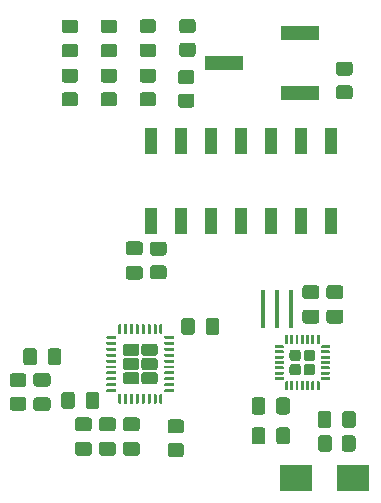
<source format=gtp>
G04 #@! TF.GenerationSoftware,KiCad,Pcbnew,(5.1.12-1-10_14)*
G04 #@! TF.CreationDate,2021-12-21T11:16:05-05:00*
G04 #@! TF.ProjectId,FlowerPeripheral,466c6f77-6572-4506-9572-697068657261,rev?*
G04 #@! TF.SameCoordinates,Original*
G04 #@! TF.FileFunction,Paste,Top*
G04 #@! TF.FilePolarity,Positive*
%FSLAX46Y46*%
G04 Gerber Fmt 4.6, Leading zero omitted, Abs format (unit mm)*
G04 Created by KiCad (PCBNEW (5.1.12-1-10_14)) date 2021-12-21 11:16:05*
%MOMM*%
%LPD*%
G01*
G04 APERTURE LIST*
%ADD10R,0.400000X3.200000*%
%ADD11C,0.100000*%
%ADD12R,1.120000X2.160000*%
%ADD13R,2.800000X2.200000*%
%ADD14R,3.300000X1.190000*%
G04 APERTURE END LIST*
G36*
G01*
X131175000Y-105775000D02*
X131175000Y-104825000D01*
G75*
G02*
X131425000Y-104575000I250000J0D01*
G01*
X132100000Y-104575000D01*
G75*
G02*
X132350000Y-104825000I0J-250000D01*
G01*
X132350000Y-105775000D01*
G75*
G02*
X132100000Y-106025000I-250000J0D01*
G01*
X131425000Y-106025000D01*
G75*
G02*
X131175000Y-105775000I0J250000D01*
G01*
G37*
G36*
G01*
X133250000Y-105775000D02*
X133250000Y-104825000D01*
G75*
G02*
X133500000Y-104575000I250000J0D01*
G01*
X134175000Y-104575000D01*
G75*
G02*
X134425000Y-104825000I0J-250000D01*
G01*
X134425000Y-105775000D01*
G75*
G02*
X134175000Y-106025000I-250000J0D01*
G01*
X133500000Y-106025000D01*
G75*
G02*
X133250000Y-105775000I0J250000D01*
G01*
G37*
D10*
X153892100Y-101282500D03*
X152692100Y-101282500D03*
X151492100Y-101282500D03*
G36*
G01*
X158043900Y-100413400D02*
X157093900Y-100413400D01*
G75*
G02*
X156843900Y-100163400I0J250000D01*
G01*
X156843900Y-99488400D01*
G75*
G02*
X157093900Y-99238400I250000J0D01*
G01*
X158043900Y-99238400D01*
G75*
G02*
X158293900Y-99488400I0J-250000D01*
G01*
X158293900Y-100163400D01*
G75*
G02*
X158043900Y-100413400I-250000J0D01*
G01*
G37*
G36*
G01*
X158043900Y-102488400D02*
X157093900Y-102488400D01*
G75*
G02*
X156843900Y-102238400I0J250000D01*
G01*
X156843900Y-101563400D01*
G75*
G02*
X157093900Y-101313400I250000J0D01*
G01*
X158043900Y-101313400D01*
G75*
G02*
X158293900Y-101563400I0J-250000D01*
G01*
X158293900Y-102238400D01*
G75*
G02*
X158043900Y-102488400I-250000J0D01*
G01*
G37*
G36*
G01*
X156011900Y-102488400D02*
X155061900Y-102488400D01*
G75*
G02*
X154811900Y-102238400I0J250000D01*
G01*
X154811900Y-101563400D01*
G75*
G02*
X155061900Y-101313400I250000J0D01*
G01*
X156011900Y-101313400D01*
G75*
G02*
X156261900Y-101563400I0J-250000D01*
G01*
X156261900Y-102238400D01*
G75*
G02*
X156011900Y-102488400I-250000J0D01*
G01*
G37*
G36*
G01*
X156011900Y-100413400D02*
X155061900Y-100413400D01*
G75*
G02*
X154811900Y-100163400I0J250000D01*
G01*
X154811900Y-99488400D01*
G75*
G02*
X155061900Y-99238400I250000J0D01*
G01*
X156011900Y-99238400D01*
G75*
G02*
X156261900Y-99488400I0J-250000D01*
G01*
X156261900Y-100163400D01*
G75*
G02*
X156011900Y-100413400I-250000J0D01*
G01*
G37*
G36*
G01*
X139868000Y-112510000D02*
X140818000Y-112510000D01*
G75*
G02*
X141068000Y-112760000I0J-250000D01*
G01*
X141068000Y-113435000D01*
G75*
G02*
X140818000Y-113685000I-250000J0D01*
G01*
X139868000Y-113685000D01*
G75*
G02*
X139618000Y-113435000I0J250000D01*
G01*
X139618000Y-112760000D01*
G75*
G02*
X139868000Y-112510000I250000J0D01*
G01*
G37*
G36*
G01*
X139868000Y-110435000D02*
X140818000Y-110435000D01*
G75*
G02*
X141068000Y-110685000I0J-250000D01*
G01*
X141068000Y-111360000D01*
G75*
G02*
X140818000Y-111610000I-250000J0D01*
G01*
X139868000Y-111610000D01*
G75*
G02*
X139618000Y-111360000I0J250000D01*
G01*
X139618000Y-110685000D01*
G75*
G02*
X139868000Y-110435000I250000J0D01*
G01*
G37*
D11*
G36*
X156286799Y-104127305D02*
G01*
X156283242Y-104139030D01*
X156277467Y-104149835D01*
X156269694Y-104159306D01*
X156206306Y-104222694D01*
X156196835Y-104230467D01*
X156186030Y-104236242D01*
X156174305Y-104239799D01*
X156162112Y-104241000D01*
X156100500Y-104241000D01*
X156088307Y-104239799D01*
X156076582Y-104236242D01*
X156065777Y-104230467D01*
X156056306Y-104222694D01*
X156048533Y-104213223D01*
X156042758Y-104202418D01*
X156039201Y-104190693D01*
X156038000Y-104178500D01*
X156038000Y-103503500D01*
X156039201Y-103491307D01*
X156042758Y-103479582D01*
X156048533Y-103468777D01*
X156056306Y-103459306D01*
X156065777Y-103451533D01*
X156076582Y-103445758D01*
X156088307Y-103442201D01*
X156100500Y-103441000D01*
X156225500Y-103441000D01*
X156237693Y-103442201D01*
X156249418Y-103445758D01*
X156260223Y-103451533D01*
X156269694Y-103459306D01*
X156277467Y-103468777D01*
X156283242Y-103479582D01*
X156286799Y-103491307D01*
X156288000Y-103503500D01*
X156288000Y-104115112D01*
X156286799Y-104127305D01*
G37*
G36*
G01*
X155650500Y-103441000D02*
X155775500Y-103441000D01*
G75*
G02*
X155838000Y-103503500I0J-62500D01*
G01*
X155838000Y-104178500D01*
G75*
G02*
X155775500Y-104241000I-62500J0D01*
G01*
X155650500Y-104241000D01*
G75*
G02*
X155588000Y-104178500I0J62500D01*
G01*
X155588000Y-103503500D01*
G75*
G02*
X155650500Y-103441000I62500J0D01*
G01*
G37*
G36*
G01*
X155200500Y-103441000D02*
X155325500Y-103441000D01*
G75*
G02*
X155388000Y-103503500I0J-62500D01*
G01*
X155388000Y-104178500D01*
G75*
G02*
X155325500Y-104241000I-62500J0D01*
G01*
X155200500Y-104241000D01*
G75*
G02*
X155138000Y-104178500I0J62500D01*
G01*
X155138000Y-103503500D01*
G75*
G02*
X155200500Y-103441000I62500J0D01*
G01*
G37*
G36*
G01*
X154750500Y-103441000D02*
X154875500Y-103441000D01*
G75*
G02*
X154938000Y-103503500I0J-62500D01*
G01*
X154938000Y-104178500D01*
G75*
G02*
X154875500Y-104241000I-62500J0D01*
G01*
X154750500Y-104241000D01*
G75*
G02*
X154688000Y-104178500I0J62500D01*
G01*
X154688000Y-103503500D01*
G75*
G02*
X154750500Y-103441000I62500J0D01*
G01*
G37*
G36*
G01*
X154300500Y-103441000D02*
X154425500Y-103441000D01*
G75*
G02*
X154488000Y-103503500I0J-62500D01*
G01*
X154488000Y-104178500D01*
G75*
G02*
X154425500Y-104241000I-62500J0D01*
G01*
X154300500Y-104241000D01*
G75*
G02*
X154238000Y-104178500I0J62500D01*
G01*
X154238000Y-103503500D01*
G75*
G02*
X154300500Y-103441000I62500J0D01*
G01*
G37*
G36*
G01*
X153850500Y-103441000D02*
X153975500Y-103441000D01*
G75*
G02*
X154038000Y-103503500I0J-62500D01*
G01*
X154038000Y-104178500D01*
G75*
G02*
X153975500Y-104241000I-62500J0D01*
G01*
X153850500Y-104241000D01*
G75*
G02*
X153788000Y-104178500I0J62500D01*
G01*
X153788000Y-103503500D01*
G75*
G02*
X153850500Y-103441000I62500J0D01*
G01*
G37*
G36*
X153586799Y-104190693D02*
G01*
X153583242Y-104202418D01*
X153577467Y-104213223D01*
X153569694Y-104222694D01*
X153560223Y-104230467D01*
X153549418Y-104236242D01*
X153537693Y-104239799D01*
X153525500Y-104241000D01*
X153463888Y-104241000D01*
X153451695Y-104239799D01*
X153439970Y-104236242D01*
X153429165Y-104230467D01*
X153419694Y-104222694D01*
X153356306Y-104159306D01*
X153348533Y-104149835D01*
X153342758Y-104139030D01*
X153339201Y-104127305D01*
X153338000Y-104115112D01*
X153338000Y-103503500D01*
X153339201Y-103491307D01*
X153342758Y-103479582D01*
X153348533Y-103468777D01*
X153356306Y-103459306D01*
X153365777Y-103451533D01*
X153376582Y-103445758D01*
X153388307Y-103442201D01*
X153400500Y-103441000D01*
X153525500Y-103441000D01*
X153537693Y-103442201D01*
X153549418Y-103445758D01*
X153560223Y-103451533D01*
X153569694Y-103459306D01*
X153577467Y-103468777D01*
X153583242Y-103479582D01*
X153586799Y-103491307D01*
X153588000Y-103503500D01*
X153588000Y-104178500D01*
X153586799Y-104190693D01*
G37*
G36*
X153261799Y-104515693D02*
G01*
X153258242Y-104527418D01*
X153252467Y-104538223D01*
X153244694Y-104547694D01*
X153235223Y-104555467D01*
X153224418Y-104561242D01*
X153212693Y-104564799D01*
X153200500Y-104566000D01*
X152525500Y-104566000D01*
X152513307Y-104564799D01*
X152501582Y-104561242D01*
X152490777Y-104555467D01*
X152481306Y-104547694D01*
X152473533Y-104538223D01*
X152467758Y-104527418D01*
X152464201Y-104515693D01*
X152463000Y-104503500D01*
X152463000Y-104378500D01*
X152464201Y-104366307D01*
X152467758Y-104354582D01*
X152473533Y-104343777D01*
X152481306Y-104334306D01*
X152490777Y-104326533D01*
X152501582Y-104320758D01*
X152513307Y-104317201D01*
X152525500Y-104316000D01*
X153137112Y-104316000D01*
X153149305Y-104317201D01*
X153161030Y-104320758D01*
X153171835Y-104326533D01*
X153181306Y-104334306D01*
X153244694Y-104397694D01*
X153252467Y-104407165D01*
X153258242Y-104417970D01*
X153261799Y-104429695D01*
X153263000Y-104441888D01*
X153263000Y-104503500D01*
X153261799Y-104515693D01*
G37*
G36*
G01*
X152525500Y-104766000D02*
X153200500Y-104766000D01*
G75*
G02*
X153263000Y-104828500I0J-62500D01*
G01*
X153263000Y-104953500D01*
G75*
G02*
X153200500Y-105016000I-62500J0D01*
G01*
X152525500Y-105016000D01*
G75*
G02*
X152463000Y-104953500I0J62500D01*
G01*
X152463000Y-104828500D01*
G75*
G02*
X152525500Y-104766000I62500J0D01*
G01*
G37*
G36*
G01*
X152525500Y-105216000D02*
X153200500Y-105216000D01*
G75*
G02*
X153263000Y-105278500I0J-62500D01*
G01*
X153263000Y-105403500D01*
G75*
G02*
X153200500Y-105466000I-62500J0D01*
G01*
X152525500Y-105466000D01*
G75*
G02*
X152463000Y-105403500I0J62500D01*
G01*
X152463000Y-105278500D01*
G75*
G02*
X152525500Y-105216000I62500J0D01*
G01*
G37*
G36*
G01*
X152525500Y-105666000D02*
X153200500Y-105666000D01*
G75*
G02*
X153263000Y-105728500I0J-62500D01*
G01*
X153263000Y-105853500D01*
G75*
G02*
X153200500Y-105916000I-62500J0D01*
G01*
X152525500Y-105916000D01*
G75*
G02*
X152463000Y-105853500I0J62500D01*
G01*
X152463000Y-105728500D01*
G75*
G02*
X152525500Y-105666000I62500J0D01*
G01*
G37*
G36*
G01*
X152525500Y-106116000D02*
X153200500Y-106116000D01*
G75*
G02*
X153263000Y-106178500I0J-62500D01*
G01*
X153263000Y-106303500D01*
G75*
G02*
X153200500Y-106366000I-62500J0D01*
G01*
X152525500Y-106366000D01*
G75*
G02*
X152463000Y-106303500I0J62500D01*
G01*
X152463000Y-106178500D01*
G75*
G02*
X152525500Y-106116000I62500J0D01*
G01*
G37*
G36*
G01*
X152525500Y-106566000D02*
X153200500Y-106566000D01*
G75*
G02*
X153263000Y-106628500I0J-62500D01*
G01*
X153263000Y-106753500D01*
G75*
G02*
X153200500Y-106816000I-62500J0D01*
G01*
X152525500Y-106816000D01*
G75*
G02*
X152463000Y-106753500I0J62500D01*
G01*
X152463000Y-106628500D01*
G75*
G02*
X152525500Y-106566000I62500J0D01*
G01*
G37*
G36*
X153261799Y-107152305D02*
G01*
X153258242Y-107164030D01*
X153252467Y-107174835D01*
X153244694Y-107184306D01*
X153181306Y-107247694D01*
X153171835Y-107255467D01*
X153161030Y-107261242D01*
X153149305Y-107264799D01*
X153137112Y-107266000D01*
X152525500Y-107266000D01*
X152513307Y-107264799D01*
X152501582Y-107261242D01*
X152490777Y-107255467D01*
X152481306Y-107247694D01*
X152473533Y-107238223D01*
X152467758Y-107227418D01*
X152464201Y-107215693D01*
X152463000Y-107203500D01*
X152463000Y-107078500D01*
X152464201Y-107066307D01*
X152467758Y-107054582D01*
X152473533Y-107043777D01*
X152481306Y-107034306D01*
X152490777Y-107026533D01*
X152501582Y-107020758D01*
X152513307Y-107017201D01*
X152525500Y-107016000D01*
X153200500Y-107016000D01*
X153212693Y-107017201D01*
X153224418Y-107020758D01*
X153235223Y-107026533D01*
X153244694Y-107034306D01*
X153252467Y-107043777D01*
X153258242Y-107054582D01*
X153261799Y-107066307D01*
X153263000Y-107078500D01*
X153263000Y-107140112D01*
X153261799Y-107152305D01*
G37*
G36*
X153586799Y-108090693D02*
G01*
X153583242Y-108102418D01*
X153577467Y-108113223D01*
X153569694Y-108122694D01*
X153560223Y-108130467D01*
X153549418Y-108136242D01*
X153537693Y-108139799D01*
X153525500Y-108141000D01*
X153400500Y-108141000D01*
X153388307Y-108139799D01*
X153376582Y-108136242D01*
X153365777Y-108130467D01*
X153356306Y-108122694D01*
X153348533Y-108113223D01*
X153342758Y-108102418D01*
X153339201Y-108090693D01*
X153338000Y-108078500D01*
X153338000Y-107466888D01*
X153339201Y-107454695D01*
X153342758Y-107442970D01*
X153348533Y-107432165D01*
X153356306Y-107422694D01*
X153419694Y-107359306D01*
X153429165Y-107351533D01*
X153439970Y-107345758D01*
X153451695Y-107342201D01*
X153463888Y-107341000D01*
X153525500Y-107341000D01*
X153537693Y-107342201D01*
X153549418Y-107345758D01*
X153560223Y-107351533D01*
X153569694Y-107359306D01*
X153577467Y-107368777D01*
X153583242Y-107379582D01*
X153586799Y-107391307D01*
X153588000Y-107403500D01*
X153588000Y-108078500D01*
X153586799Y-108090693D01*
G37*
G36*
G01*
X153850500Y-107341000D02*
X153975500Y-107341000D01*
G75*
G02*
X154038000Y-107403500I0J-62500D01*
G01*
X154038000Y-108078500D01*
G75*
G02*
X153975500Y-108141000I-62500J0D01*
G01*
X153850500Y-108141000D01*
G75*
G02*
X153788000Y-108078500I0J62500D01*
G01*
X153788000Y-107403500D01*
G75*
G02*
X153850500Y-107341000I62500J0D01*
G01*
G37*
G36*
G01*
X154300500Y-107341000D02*
X154425500Y-107341000D01*
G75*
G02*
X154488000Y-107403500I0J-62500D01*
G01*
X154488000Y-108078500D01*
G75*
G02*
X154425500Y-108141000I-62500J0D01*
G01*
X154300500Y-108141000D01*
G75*
G02*
X154238000Y-108078500I0J62500D01*
G01*
X154238000Y-107403500D01*
G75*
G02*
X154300500Y-107341000I62500J0D01*
G01*
G37*
G36*
G01*
X154750500Y-107341000D02*
X154875500Y-107341000D01*
G75*
G02*
X154938000Y-107403500I0J-62500D01*
G01*
X154938000Y-108078500D01*
G75*
G02*
X154875500Y-108141000I-62500J0D01*
G01*
X154750500Y-108141000D01*
G75*
G02*
X154688000Y-108078500I0J62500D01*
G01*
X154688000Y-107403500D01*
G75*
G02*
X154750500Y-107341000I62500J0D01*
G01*
G37*
G36*
G01*
X155200500Y-107341000D02*
X155325500Y-107341000D01*
G75*
G02*
X155388000Y-107403500I0J-62500D01*
G01*
X155388000Y-108078500D01*
G75*
G02*
X155325500Y-108141000I-62500J0D01*
G01*
X155200500Y-108141000D01*
G75*
G02*
X155138000Y-108078500I0J62500D01*
G01*
X155138000Y-107403500D01*
G75*
G02*
X155200500Y-107341000I62500J0D01*
G01*
G37*
G36*
G01*
X155650500Y-107341000D02*
X155775500Y-107341000D01*
G75*
G02*
X155838000Y-107403500I0J-62500D01*
G01*
X155838000Y-108078500D01*
G75*
G02*
X155775500Y-108141000I-62500J0D01*
G01*
X155650500Y-108141000D01*
G75*
G02*
X155588000Y-108078500I0J62500D01*
G01*
X155588000Y-107403500D01*
G75*
G02*
X155650500Y-107341000I62500J0D01*
G01*
G37*
G36*
X156286799Y-108090693D02*
G01*
X156283242Y-108102418D01*
X156277467Y-108113223D01*
X156269694Y-108122694D01*
X156260223Y-108130467D01*
X156249418Y-108136242D01*
X156237693Y-108139799D01*
X156225500Y-108141000D01*
X156100500Y-108141000D01*
X156088307Y-108139799D01*
X156076582Y-108136242D01*
X156065777Y-108130467D01*
X156056306Y-108122694D01*
X156048533Y-108113223D01*
X156042758Y-108102418D01*
X156039201Y-108090693D01*
X156038000Y-108078500D01*
X156038000Y-107403500D01*
X156039201Y-107391307D01*
X156042758Y-107379582D01*
X156048533Y-107368777D01*
X156056306Y-107359306D01*
X156065777Y-107351533D01*
X156076582Y-107345758D01*
X156088307Y-107342201D01*
X156100500Y-107341000D01*
X156162112Y-107341000D01*
X156174305Y-107342201D01*
X156186030Y-107345758D01*
X156196835Y-107351533D01*
X156206306Y-107359306D01*
X156269694Y-107422694D01*
X156277467Y-107432165D01*
X156283242Y-107442970D01*
X156286799Y-107454695D01*
X156288000Y-107466888D01*
X156288000Y-108078500D01*
X156286799Y-108090693D01*
G37*
G36*
X157161799Y-107215693D02*
G01*
X157158242Y-107227418D01*
X157152467Y-107238223D01*
X157144694Y-107247694D01*
X157135223Y-107255467D01*
X157124418Y-107261242D01*
X157112693Y-107264799D01*
X157100500Y-107266000D01*
X156488888Y-107266000D01*
X156476695Y-107264799D01*
X156464970Y-107261242D01*
X156454165Y-107255467D01*
X156444694Y-107247694D01*
X156381306Y-107184306D01*
X156373533Y-107174835D01*
X156367758Y-107164030D01*
X156364201Y-107152305D01*
X156363000Y-107140112D01*
X156363000Y-107078500D01*
X156364201Y-107066307D01*
X156367758Y-107054582D01*
X156373533Y-107043777D01*
X156381306Y-107034306D01*
X156390777Y-107026533D01*
X156401582Y-107020758D01*
X156413307Y-107017201D01*
X156425500Y-107016000D01*
X157100500Y-107016000D01*
X157112693Y-107017201D01*
X157124418Y-107020758D01*
X157135223Y-107026533D01*
X157144694Y-107034306D01*
X157152467Y-107043777D01*
X157158242Y-107054582D01*
X157161799Y-107066307D01*
X157163000Y-107078500D01*
X157163000Y-107203500D01*
X157161799Y-107215693D01*
G37*
G36*
G01*
X156425500Y-106566000D02*
X157100500Y-106566000D01*
G75*
G02*
X157163000Y-106628500I0J-62500D01*
G01*
X157163000Y-106753500D01*
G75*
G02*
X157100500Y-106816000I-62500J0D01*
G01*
X156425500Y-106816000D01*
G75*
G02*
X156363000Y-106753500I0J62500D01*
G01*
X156363000Y-106628500D01*
G75*
G02*
X156425500Y-106566000I62500J0D01*
G01*
G37*
G36*
G01*
X156425500Y-106116000D02*
X157100500Y-106116000D01*
G75*
G02*
X157163000Y-106178500I0J-62500D01*
G01*
X157163000Y-106303500D01*
G75*
G02*
X157100500Y-106366000I-62500J0D01*
G01*
X156425500Y-106366000D01*
G75*
G02*
X156363000Y-106303500I0J62500D01*
G01*
X156363000Y-106178500D01*
G75*
G02*
X156425500Y-106116000I62500J0D01*
G01*
G37*
G36*
G01*
X156425500Y-105666000D02*
X157100500Y-105666000D01*
G75*
G02*
X157163000Y-105728500I0J-62500D01*
G01*
X157163000Y-105853500D01*
G75*
G02*
X157100500Y-105916000I-62500J0D01*
G01*
X156425500Y-105916000D01*
G75*
G02*
X156363000Y-105853500I0J62500D01*
G01*
X156363000Y-105728500D01*
G75*
G02*
X156425500Y-105666000I62500J0D01*
G01*
G37*
G36*
G01*
X156425500Y-105216000D02*
X157100500Y-105216000D01*
G75*
G02*
X157163000Y-105278500I0J-62500D01*
G01*
X157163000Y-105403500D01*
G75*
G02*
X157100500Y-105466000I-62500J0D01*
G01*
X156425500Y-105466000D01*
G75*
G02*
X156363000Y-105403500I0J62500D01*
G01*
X156363000Y-105278500D01*
G75*
G02*
X156425500Y-105216000I62500J0D01*
G01*
G37*
G36*
G01*
X156425500Y-104766000D02*
X157100500Y-104766000D01*
G75*
G02*
X157163000Y-104828500I0J-62500D01*
G01*
X157163000Y-104953500D01*
G75*
G02*
X157100500Y-105016000I-62500J0D01*
G01*
X156425500Y-105016000D01*
G75*
G02*
X156363000Y-104953500I0J62500D01*
G01*
X156363000Y-104828500D01*
G75*
G02*
X156425500Y-104766000I62500J0D01*
G01*
G37*
G36*
X157161799Y-104515693D02*
G01*
X157158242Y-104527418D01*
X157152467Y-104538223D01*
X157144694Y-104547694D01*
X157135223Y-104555467D01*
X157124418Y-104561242D01*
X157112693Y-104564799D01*
X157100500Y-104566000D01*
X156425500Y-104566000D01*
X156413307Y-104564799D01*
X156401582Y-104561242D01*
X156390777Y-104555467D01*
X156381306Y-104547694D01*
X156373533Y-104538223D01*
X156367758Y-104527418D01*
X156364201Y-104515693D01*
X156363000Y-104503500D01*
X156363000Y-104441888D01*
X156364201Y-104429695D01*
X156367758Y-104417970D01*
X156373533Y-104407165D01*
X156381306Y-104397694D01*
X156444694Y-104334306D01*
X156454165Y-104326533D01*
X156464970Y-104320758D01*
X156476695Y-104317201D01*
X156488888Y-104316000D01*
X157100500Y-104316000D01*
X157112693Y-104317201D01*
X157124418Y-104320758D01*
X157135223Y-104326533D01*
X157144694Y-104334306D01*
X157152467Y-104343777D01*
X157158242Y-104354582D01*
X157161799Y-104366307D01*
X157163000Y-104378500D01*
X157163000Y-104503500D01*
X157161799Y-104515693D01*
G37*
G36*
G01*
X155170500Y-104706000D02*
X155655500Y-104706000D01*
G75*
G02*
X155898000Y-104948500I0J-242500D01*
G01*
X155898000Y-105433500D01*
G75*
G02*
X155655500Y-105676000I-242500J0D01*
G01*
X155170500Y-105676000D01*
G75*
G02*
X154928000Y-105433500I0J242500D01*
G01*
X154928000Y-104948500D01*
G75*
G02*
X155170500Y-104706000I242500J0D01*
G01*
G37*
G36*
G01*
X153970500Y-104706000D02*
X154455500Y-104706000D01*
G75*
G02*
X154698000Y-104948500I0J-242500D01*
G01*
X154698000Y-105433500D01*
G75*
G02*
X154455500Y-105676000I-242500J0D01*
G01*
X153970500Y-105676000D01*
G75*
G02*
X153728000Y-105433500I0J242500D01*
G01*
X153728000Y-104948500D01*
G75*
G02*
X153970500Y-104706000I242500J0D01*
G01*
G37*
G36*
G01*
X155170500Y-105906000D02*
X155655500Y-105906000D01*
G75*
G02*
X155898000Y-106148500I0J-242500D01*
G01*
X155898000Y-106633500D01*
G75*
G02*
X155655500Y-106876000I-242500J0D01*
G01*
X155170500Y-106876000D01*
G75*
G02*
X154928000Y-106633500I0J242500D01*
G01*
X154928000Y-106148500D01*
G75*
G02*
X155170500Y-105906000I242500J0D01*
G01*
G37*
G36*
G01*
X153970500Y-105906000D02*
X154455500Y-105906000D01*
G75*
G02*
X154698000Y-106148500I0J-242500D01*
G01*
X154698000Y-106633500D01*
G75*
G02*
X154455500Y-106876000I-242500J0D01*
G01*
X153970500Y-106876000D01*
G75*
G02*
X153728000Y-106633500I0J242500D01*
G01*
X153728000Y-106148500D01*
G75*
G02*
X153970500Y-105906000I242500J0D01*
G01*
G37*
G36*
G01*
X135567000Y-108525000D02*
X135567000Y-109475000D01*
G75*
G02*
X135317000Y-109725000I-250000J0D01*
G01*
X134642000Y-109725000D01*
G75*
G02*
X134392000Y-109475000I0J250000D01*
G01*
X134392000Y-108525000D01*
G75*
G02*
X134642000Y-108275000I250000J0D01*
G01*
X135317000Y-108275000D01*
G75*
G02*
X135567000Y-108525000I0J-250000D01*
G01*
G37*
G36*
G01*
X137642000Y-108525000D02*
X137642000Y-109475000D01*
G75*
G02*
X137392000Y-109725000I-250000J0D01*
G01*
X136717000Y-109725000D01*
G75*
G02*
X136467000Y-109475000I0J250000D01*
G01*
X136467000Y-108525000D01*
G75*
G02*
X136717000Y-108275000I250000J0D01*
G01*
X137392000Y-108275000D01*
G75*
G02*
X137642000Y-108525000I0J-250000D01*
G01*
G37*
G36*
G01*
X144552000Y-103218000D02*
X144552000Y-102268000D01*
G75*
G02*
X144802000Y-102018000I250000J0D01*
G01*
X145477000Y-102018000D01*
G75*
G02*
X145727000Y-102268000I0J-250000D01*
G01*
X145727000Y-103218000D01*
G75*
G02*
X145477000Y-103468000I-250000J0D01*
G01*
X144802000Y-103468000D01*
G75*
G02*
X144552000Y-103218000I0J250000D01*
G01*
G37*
G36*
G01*
X146627000Y-103218000D02*
X146627000Y-102268000D01*
G75*
G02*
X146877000Y-102018000I250000J0D01*
G01*
X147552000Y-102018000D01*
G75*
G02*
X147802000Y-102268000I0J-250000D01*
G01*
X147802000Y-103218000D01*
G75*
G02*
X147552000Y-103468000I-250000J0D01*
G01*
X146877000Y-103468000D01*
G75*
G02*
X146627000Y-103218000I0J250000D01*
G01*
G37*
G36*
G01*
X133244000Y-107838000D02*
X132294000Y-107838000D01*
G75*
G02*
X132044000Y-107588000I0J250000D01*
G01*
X132044000Y-106913000D01*
G75*
G02*
X132294000Y-106663000I250000J0D01*
G01*
X133244000Y-106663000D01*
G75*
G02*
X133494000Y-106913000I0J-250000D01*
G01*
X133494000Y-107588000D01*
G75*
G02*
X133244000Y-107838000I-250000J0D01*
G01*
G37*
G36*
G01*
X133244000Y-109913000D02*
X132294000Y-109913000D01*
G75*
G02*
X132044000Y-109663000I0J250000D01*
G01*
X132044000Y-108988000D01*
G75*
G02*
X132294000Y-108738000I250000J0D01*
G01*
X133244000Y-108738000D01*
G75*
G02*
X133494000Y-108988000I0J-250000D01*
G01*
X133494000Y-109663000D01*
G75*
G02*
X133244000Y-109913000I-250000J0D01*
G01*
G37*
G36*
G01*
X137836000Y-110435000D02*
X138786000Y-110435000D01*
G75*
G02*
X139036000Y-110685000I0J-250000D01*
G01*
X139036000Y-111360000D01*
G75*
G02*
X138786000Y-111610000I-250000J0D01*
G01*
X137836000Y-111610000D01*
G75*
G02*
X137586000Y-111360000I0J250000D01*
G01*
X137586000Y-110685000D01*
G75*
G02*
X137836000Y-110435000I250000J0D01*
G01*
G37*
G36*
G01*
X137836000Y-112510000D02*
X138786000Y-112510000D01*
G75*
G02*
X139036000Y-112760000I0J-250000D01*
G01*
X139036000Y-113435000D01*
G75*
G02*
X138786000Y-113685000I-250000J0D01*
G01*
X137836000Y-113685000D01*
G75*
G02*
X137586000Y-113435000I0J250000D01*
G01*
X137586000Y-112760000D01*
G75*
G02*
X137836000Y-112510000I250000J0D01*
G01*
G37*
G36*
G01*
X141064000Y-96705000D02*
X140114000Y-96705000D01*
G75*
G02*
X139864000Y-96455000I0J250000D01*
G01*
X139864000Y-95780000D01*
G75*
G02*
X140114000Y-95530000I250000J0D01*
G01*
X141064000Y-95530000D01*
G75*
G02*
X141314000Y-95780000I0J-250000D01*
G01*
X141314000Y-96455000D01*
G75*
G02*
X141064000Y-96705000I-250000J0D01*
G01*
G37*
G36*
G01*
X141064000Y-98780000D02*
X140114000Y-98780000D01*
G75*
G02*
X139864000Y-98530000I0J250000D01*
G01*
X139864000Y-97855000D01*
G75*
G02*
X140114000Y-97605000I250000J0D01*
G01*
X141064000Y-97605000D01*
G75*
G02*
X141314000Y-97855000I0J-250000D01*
G01*
X141314000Y-98530000D01*
G75*
G02*
X141064000Y-98780000I-250000J0D01*
G01*
G37*
G36*
G01*
X136754000Y-113685000D02*
X135804000Y-113685000D01*
G75*
G02*
X135554000Y-113435000I0J250000D01*
G01*
X135554000Y-112760000D01*
G75*
G02*
X135804000Y-112510000I250000J0D01*
G01*
X136754000Y-112510000D01*
G75*
G02*
X137004000Y-112760000I0J-250000D01*
G01*
X137004000Y-113435000D01*
G75*
G02*
X136754000Y-113685000I-250000J0D01*
G01*
G37*
G36*
G01*
X136754000Y-111610000D02*
X135804000Y-111610000D01*
G75*
G02*
X135554000Y-111360000I0J250000D01*
G01*
X135554000Y-110685000D01*
G75*
G02*
X135804000Y-110435000I250000J0D01*
G01*
X136754000Y-110435000D01*
G75*
G02*
X137004000Y-110685000I0J-250000D01*
G01*
X137004000Y-111360000D01*
G75*
G02*
X136754000Y-111610000I-250000J0D01*
G01*
G37*
G36*
G01*
X131187001Y-109888000D02*
X130286999Y-109888000D01*
G75*
G02*
X130037000Y-109638001I0J249999D01*
G01*
X130037000Y-108937999D01*
G75*
G02*
X130286999Y-108688000I249999J0D01*
G01*
X131187001Y-108688000D01*
G75*
G02*
X131437000Y-108937999I0J-249999D01*
G01*
X131437000Y-109638001D01*
G75*
G02*
X131187001Y-109888000I-249999J0D01*
G01*
G37*
G36*
G01*
X131187001Y-107888000D02*
X130286999Y-107888000D01*
G75*
G02*
X130037000Y-107638001I0J249999D01*
G01*
X130037000Y-106937999D01*
G75*
G02*
X130286999Y-106688000I249999J0D01*
G01*
X131187001Y-106688000D01*
G75*
G02*
X131437000Y-106937999I0J-249999D01*
G01*
X131437000Y-107638001D01*
G75*
G02*
X131187001Y-107888000I-249999J0D01*
G01*
G37*
G36*
G01*
X143649999Y-110600000D02*
X144550001Y-110600000D01*
G75*
G02*
X144800000Y-110849999I0J-249999D01*
G01*
X144800000Y-111550001D01*
G75*
G02*
X144550001Y-111800000I-249999J0D01*
G01*
X143649999Y-111800000D01*
G75*
G02*
X143400000Y-111550001I0J249999D01*
G01*
X143400000Y-110849999D01*
G75*
G02*
X143649999Y-110600000I249999J0D01*
G01*
G37*
G36*
G01*
X143649999Y-112600000D02*
X144550001Y-112600000D01*
G75*
G02*
X144800000Y-112849999I0J-249999D01*
G01*
X144800000Y-113550001D01*
G75*
G02*
X144550001Y-113800000I-249999J0D01*
G01*
X143649999Y-113800000D01*
G75*
G02*
X143400000Y-113550001I0J249999D01*
G01*
X143400000Y-112849999D01*
G75*
G02*
X143649999Y-112600000I249999J0D01*
G01*
G37*
G36*
G01*
X143071001Y-96755000D02*
X142170999Y-96755000D01*
G75*
G02*
X141921000Y-96505001I0J249999D01*
G01*
X141921000Y-95804999D01*
G75*
G02*
X142170999Y-95555000I249999J0D01*
G01*
X143071001Y-95555000D01*
G75*
G02*
X143321000Y-95804999I0J-249999D01*
G01*
X143321000Y-96505001D01*
G75*
G02*
X143071001Y-96755000I-249999J0D01*
G01*
G37*
G36*
G01*
X143071001Y-98755000D02*
X142170999Y-98755000D01*
G75*
G02*
X141921000Y-98505001I0J249999D01*
G01*
X141921000Y-97804999D01*
G75*
G02*
X142170999Y-97555000I249999J0D01*
G01*
X143071001Y-97555000D01*
G75*
G02*
X143321000Y-97804999I0J-249999D01*
G01*
X143321000Y-98505001D01*
G75*
G02*
X143071001Y-98755000I-249999J0D01*
G01*
G37*
D12*
X157226000Y-87059000D03*
X141986000Y-93789000D03*
X154686000Y-87059000D03*
X144526000Y-93789000D03*
X152146000Y-87059000D03*
X147066000Y-93789000D03*
X149606000Y-87059000D03*
X149606000Y-93789000D03*
X147066000Y-87059000D03*
X152146000Y-93789000D03*
X144526000Y-87059000D03*
X154686000Y-93789000D03*
X141986000Y-87059000D03*
X157226000Y-93789000D03*
G36*
G01*
X156109000Y-111092000D02*
X156109000Y-110142000D01*
G75*
G02*
X156359000Y-109892000I250000J0D01*
G01*
X157034000Y-109892000D01*
G75*
G02*
X157284000Y-110142000I0J-250000D01*
G01*
X157284000Y-111092000D01*
G75*
G02*
X157034000Y-111342000I-250000J0D01*
G01*
X156359000Y-111342000D01*
G75*
G02*
X156109000Y-111092000I0J250000D01*
G01*
G37*
G36*
G01*
X158184000Y-111092000D02*
X158184000Y-110142000D01*
G75*
G02*
X158434000Y-109892000I250000J0D01*
G01*
X159109000Y-109892000D01*
G75*
G02*
X159359000Y-110142000I0J-250000D01*
G01*
X159359000Y-111092000D01*
G75*
G02*
X159109000Y-111342000I-250000J0D01*
G01*
X158434000Y-111342000D01*
G75*
G02*
X158184000Y-111092000I0J250000D01*
G01*
G37*
G36*
G01*
X159334000Y-112198999D02*
X159334000Y-113099001D01*
G75*
G02*
X159084001Y-113349000I-249999J0D01*
G01*
X158383999Y-113349000D01*
G75*
G02*
X158134000Y-113099001I0J249999D01*
G01*
X158134000Y-112198999D01*
G75*
G02*
X158383999Y-111949000I249999J0D01*
G01*
X159084001Y-111949000D01*
G75*
G02*
X159334000Y-112198999I0J-249999D01*
G01*
G37*
G36*
G01*
X157334000Y-112198999D02*
X157334000Y-113099001D01*
G75*
G02*
X157084001Y-113349000I-249999J0D01*
G01*
X156383999Y-113349000D01*
G75*
G02*
X156134000Y-113099001I0J249999D01*
G01*
X156134000Y-112198999D01*
G75*
G02*
X156383999Y-111949000I249999J0D01*
G01*
X157084001Y-111949000D01*
G75*
G02*
X157334000Y-112198999I0J-249999D01*
G01*
G37*
D13*
X159118000Y-115570000D03*
X154318000Y-115570000D03*
G36*
G01*
X153771000Y-108999000D02*
X153771000Y-109949000D01*
G75*
G02*
X153521000Y-110199000I-250000J0D01*
G01*
X152846000Y-110199000D01*
G75*
G02*
X152596000Y-109949000I0J250000D01*
G01*
X152596000Y-108999000D01*
G75*
G02*
X152846000Y-108749000I250000J0D01*
G01*
X153521000Y-108749000D01*
G75*
G02*
X153771000Y-108999000I0J-250000D01*
G01*
G37*
G36*
G01*
X151696000Y-108999000D02*
X151696000Y-109949000D01*
G75*
G02*
X151446000Y-110199000I-250000J0D01*
G01*
X150771000Y-110199000D01*
G75*
G02*
X150521000Y-109949000I0J250000D01*
G01*
X150521000Y-108999000D01*
G75*
G02*
X150771000Y-108749000I250000J0D01*
G01*
X151446000Y-108749000D01*
G75*
G02*
X151696000Y-108999000I0J-250000D01*
G01*
G37*
G36*
G01*
X151696000Y-111525000D02*
X151696000Y-112475000D01*
G75*
G02*
X151446000Y-112725000I-250000J0D01*
G01*
X150771000Y-112725000D01*
G75*
G02*
X150521000Y-112475000I0J250000D01*
G01*
X150521000Y-111525000D01*
G75*
G02*
X150771000Y-111275000I250000J0D01*
G01*
X151446000Y-111275000D01*
G75*
G02*
X151696000Y-111525000I0J-250000D01*
G01*
G37*
G36*
G01*
X153771000Y-111525000D02*
X153771000Y-112475000D01*
G75*
G02*
X153521000Y-112725000I-250000J0D01*
G01*
X152846000Y-112725000D01*
G75*
G02*
X152596000Y-112475000I0J250000D01*
G01*
X152596000Y-111525000D01*
G75*
G02*
X152846000Y-111275000I250000J0D01*
G01*
X153521000Y-111275000D01*
G75*
G02*
X153771000Y-111525000I0J-250000D01*
G01*
G37*
G36*
G01*
X143972000Y-108105500D02*
X143972000Y-108230500D01*
G75*
G02*
X143909500Y-108293000I-62500J0D01*
G01*
X143184500Y-108293000D01*
G75*
G02*
X143122000Y-108230500I0J62500D01*
G01*
X143122000Y-108105500D01*
G75*
G02*
X143184500Y-108043000I62500J0D01*
G01*
X143909500Y-108043000D01*
G75*
G02*
X143972000Y-108105500I0J-62500D01*
G01*
G37*
G36*
G01*
X143972000Y-107605500D02*
X143972000Y-107730500D01*
G75*
G02*
X143909500Y-107793000I-62500J0D01*
G01*
X143184500Y-107793000D01*
G75*
G02*
X143122000Y-107730500I0J62500D01*
G01*
X143122000Y-107605500D01*
G75*
G02*
X143184500Y-107543000I62500J0D01*
G01*
X143909500Y-107543000D01*
G75*
G02*
X143972000Y-107605500I0J-62500D01*
G01*
G37*
G36*
G01*
X143972000Y-107105500D02*
X143972000Y-107230500D01*
G75*
G02*
X143909500Y-107293000I-62500J0D01*
G01*
X143184500Y-107293000D01*
G75*
G02*
X143122000Y-107230500I0J62500D01*
G01*
X143122000Y-107105500D01*
G75*
G02*
X143184500Y-107043000I62500J0D01*
G01*
X143909500Y-107043000D01*
G75*
G02*
X143972000Y-107105500I0J-62500D01*
G01*
G37*
G36*
G01*
X143972000Y-106605500D02*
X143972000Y-106730500D01*
G75*
G02*
X143909500Y-106793000I-62500J0D01*
G01*
X143184500Y-106793000D01*
G75*
G02*
X143122000Y-106730500I0J62500D01*
G01*
X143122000Y-106605500D01*
G75*
G02*
X143184500Y-106543000I62500J0D01*
G01*
X143909500Y-106543000D01*
G75*
G02*
X143972000Y-106605500I0J-62500D01*
G01*
G37*
G36*
G01*
X143972000Y-106105500D02*
X143972000Y-106230500D01*
G75*
G02*
X143909500Y-106293000I-62500J0D01*
G01*
X143184500Y-106293000D01*
G75*
G02*
X143122000Y-106230500I0J62500D01*
G01*
X143122000Y-106105500D01*
G75*
G02*
X143184500Y-106043000I62500J0D01*
G01*
X143909500Y-106043000D01*
G75*
G02*
X143972000Y-106105500I0J-62500D01*
G01*
G37*
G36*
G01*
X143972000Y-105605500D02*
X143972000Y-105730500D01*
G75*
G02*
X143909500Y-105793000I-62500J0D01*
G01*
X143184500Y-105793000D01*
G75*
G02*
X143122000Y-105730500I0J62500D01*
G01*
X143122000Y-105605500D01*
G75*
G02*
X143184500Y-105543000I62500J0D01*
G01*
X143909500Y-105543000D01*
G75*
G02*
X143972000Y-105605500I0J-62500D01*
G01*
G37*
G36*
G01*
X143972000Y-105105500D02*
X143972000Y-105230500D01*
G75*
G02*
X143909500Y-105293000I-62500J0D01*
G01*
X143184500Y-105293000D01*
G75*
G02*
X143122000Y-105230500I0J62500D01*
G01*
X143122000Y-105105500D01*
G75*
G02*
X143184500Y-105043000I62500J0D01*
G01*
X143909500Y-105043000D01*
G75*
G02*
X143972000Y-105105500I0J-62500D01*
G01*
G37*
G36*
G01*
X143972000Y-104605500D02*
X143972000Y-104730500D01*
G75*
G02*
X143909500Y-104793000I-62500J0D01*
G01*
X143184500Y-104793000D01*
G75*
G02*
X143122000Y-104730500I0J62500D01*
G01*
X143122000Y-104605500D01*
G75*
G02*
X143184500Y-104543000I62500J0D01*
G01*
X143909500Y-104543000D01*
G75*
G02*
X143972000Y-104605500I0J-62500D01*
G01*
G37*
G36*
G01*
X143972000Y-104105500D02*
X143972000Y-104230500D01*
G75*
G02*
X143909500Y-104293000I-62500J0D01*
G01*
X143184500Y-104293000D01*
G75*
G02*
X143122000Y-104230500I0J62500D01*
G01*
X143122000Y-104105500D01*
G75*
G02*
X143184500Y-104043000I62500J0D01*
G01*
X143909500Y-104043000D01*
G75*
G02*
X143972000Y-104105500I0J-62500D01*
G01*
G37*
G36*
G01*
X143972000Y-103605500D02*
X143972000Y-103730500D01*
G75*
G02*
X143909500Y-103793000I-62500J0D01*
G01*
X143184500Y-103793000D01*
G75*
G02*
X143122000Y-103730500I0J62500D01*
G01*
X143122000Y-103605500D01*
G75*
G02*
X143184500Y-103543000I62500J0D01*
G01*
X143909500Y-103543000D01*
G75*
G02*
X143972000Y-103605500I0J-62500D01*
G01*
G37*
G36*
G01*
X142972000Y-102605500D02*
X142972000Y-103330500D01*
G75*
G02*
X142909500Y-103393000I-62500J0D01*
G01*
X142784500Y-103393000D01*
G75*
G02*
X142722000Y-103330500I0J62500D01*
G01*
X142722000Y-102605500D01*
G75*
G02*
X142784500Y-102543000I62500J0D01*
G01*
X142909500Y-102543000D01*
G75*
G02*
X142972000Y-102605500I0J-62500D01*
G01*
G37*
G36*
G01*
X142472000Y-102605500D02*
X142472000Y-103330500D01*
G75*
G02*
X142409500Y-103393000I-62500J0D01*
G01*
X142284500Y-103393000D01*
G75*
G02*
X142222000Y-103330500I0J62500D01*
G01*
X142222000Y-102605500D01*
G75*
G02*
X142284500Y-102543000I62500J0D01*
G01*
X142409500Y-102543000D01*
G75*
G02*
X142472000Y-102605500I0J-62500D01*
G01*
G37*
G36*
G01*
X141972000Y-102605500D02*
X141972000Y-103330500D01*
G75*
G02*
X141909500Y-103393000I-62500J0D01*
G01*
X141784500Y-103393000D01*
G75*
G02*
X141722000Y-103330500I0J62500D01*
G01*
X141722000Y-102605500D01*
G75*
G02*
X141784500Y-102543000I62500J0D01*
G01*
X141909500Y-102543000D01*
G75*
G02*
X141972000Y-102605500I0J-62500D01*
G01*
G37*
G36*
G01*
X141472000Y-102605500D02*
X141472000Y-103330500D01*
G75*
G02*
X141409500Y-103393000I-62500J0D01*
G01*
X141284500Y-103393000D01*
G75*
G02*
X141222000Y-103330500I0J62500D01*
G01*
X141222000Y-102605500D01*
G75*
G02*
X141284500Y-102543000I62500J0D01*
G01*
X141409500Y-102543000D01*
G75*
G02*
X141472000Y-102605500I0J-62500D01*
G01*
G37*
G36*
G01*
X140972000Y-102605500D02*
X140972000Y-103330500D01*
G75*
G02*
X140909500Y-103393000I-62500J0D01*
G01*
X140784500Y-103393000D01*
G75*
G02*
X140722000Y-103330500I0J62500D01*
G01*
X140722000Y-102605500D01*
G75*
G02*
X140784500Y-102543000I62500J0D01*
G01*
X140909500Y-102543000D01*
G75*
G02*
X140972000Y-102605500I0J-62500D01*
G01*
G37*
G36*
G01*
X140472000Y-102605500D02*
X140472000Y-103330500D01*
G75*
G02*
X140409500Y-103393000I-62500J0D01*
G01*
X140284500Y-103393000D01*
G75*
G02*
X140222000Y-103330500I0J62500D01*
G01*
X140222000Y-102605500D01*
G75*
G02*
X140284500Y-102543000I62500J0D01*
G01*
X140409500Y-102543000D01*
G75*
G02*
X140472000Y-102605500I0J-62500D01*
G01*
G37*
G36*
G01*
X139972000Y-102605500D02*
X139972000Y-103330500D01*
G75*
G02*
X139909500Y-103393000I-62500J0D01*
G01*
X139784500Y-103393000D01*
G75*
G02*
X139722000Y-103330500I0J62500D01*
G01*
X139722000Y-102605500D01*
G75*
G02*
X139784500Y-102543000I62500J0D01*
G01*
X139909500Y-102543000D01*
G75*
G02*
X139972000Y-102605500I0J-62500D01*
G01*
G37*
G36*
G01*
X139472000Y-102605500D02*
X139472000Y-103330500D01*
G75*
G02*
X139409500Y-103393000I-62500J0D01*
G01*
X139284500Y-103393000D01*
G75*
G02*
X139222000Y-103330500I0J62500D01*
G01*
X139222000Y-102605500D01*
G75*
G02*
X139284500Y-102543000I62500J0D01*
G01*
X139409500Y-102543000D01*
G75*
G02*
X139472000Y-102605500I0J-62500D01*
G01*
G37*
G36*
G01*
X139072000Y-103605500D02*
X139072000Y-103730500D01*
G75*
G02*
X139009500Y-103793000I-62500J0D01*
G01*
X138284500Y-103793000D01*
G75*
G02*
X138222000Y-103730500I0J62500D01*
G01*
X138222000Y-103605500D01*
G75*
G02*
X138284500Y-103543000I62500J0D01*
G01*
X139009500Y-103543000D01*
G75*
G02*
X139072000Y-103605500I0J-62500D01*
G01*
G37*
G36*
G01*
X139072000Y-104105500D02*
X139072000Y-104230500D01*
G75*
G02*
X139009500Y-104293000I-62500J0D01*
G01*
X138284500Y-104293000D01*
G75*
G02*
X138222000Y-104230500I0J62500D01*
G01*
X138222000Y-104105500D01*
G75*
G02*
X138284500Y-104043000I62500J0D01*
G01*
X139009500Y-104043000D01*
G75*
G02*
X139072000Y-104105500I0J-62500D01*
G01*
G37*
G36*
G01*
X139072000Y-104605500D02*
X139072000Y-104730500D01*
G75*
G02*
X139009500Y-104793000I-62500J0D01*
G01*
X138284500Y-104793000D01*
G75*
G02*
X138222000Y-104730500I0J62500D01*
G01*
X138222000Y-104605500D01*
G75*
G02*
X138284500Y-104543000I62500J0D01*
G01*
X139009500Y-104543000D01*
G75*
G02*
X139072000Y-104605500I0J-62500D01*
G01*
G37*
G36*
G01*
X139072000Y-105105500D02*
X139072000Y-105230500D01*
G75*
G02*
X139009500Y-105293000I-62500J0D01*
G01*
X138284500Y-105293000D01*
G75*
G02*
X138222000Y-105230500I0J62500D01*
G01*
X138222000Y-105105500D01*
G75*
G02*
X138284500Y-105043000I62500J0D01*
G01*
X139009500Y-105043000D01*
G75*
G02*
X139072000Y-105105500I0J-62500D01*
G01*
G37*
G36*
G01*
X139072000Y-105605500D02*
X139072000Y-105730500D01*
G75*
G02*
X139009500Y-105793000I-62500J0D01*
G01*
X138284500Y-105793000D01*
G75*
G02*
X138222000Y-105730500I0J62500D01*
G01*
X138222000Y-105605500D01*
G75*
G02*
X138284500Y-105543000I62500J0D01*
G01*
X139009500Y-105543000D01*
G75*
G02*
X139072000Y-105605500I0J-62500D01*
G01*
G37*
G36*
G01*
X139072000Y-106105500D02*
X139072000Y-106230500D01*
G75*
G02*
X139009500Y-106293000I-62500J0D01*
G01*
X138284500Y-106293000D01*
G75*
G02*
X138222000Y-106230500I0J62500D01*
G01*
X138222000Y-106105500D01*
G75*
G02*
X138284500Y-106043000I62500J0D01*
G01*
X139009500Y-106043000D01*
G75*
G02*
X139072000Y-106105500I0J-62500D01*
G01*
G37*
G36*
G01*
X139072000Y-106605500D02*
X139072000Y-106730500D01*
G75*
G02*
X139009500Y-106793000I-62500J0D01*
G01*
X138284500Y-106793000D01*
G75*
G02*
X138222000Y-106730500I0J62500D01*
G01*
X138222000Y-106605500D01*
G75*
G02*
X138284500Y-106543000I62500J0D01*
G01*
X139009500Y-106543000D01*
G75*
G02*
X139072000Y-106605500I0J-62500D01*
G01*
G37*
G36*
G01*
X139072000Y-107105500D02*
X139072000Y-107230500D01*
G75*
G02*
X139009500Y-107293000I-62500J0D01*
G01*
X138284500Y-107293000D01*
G75*
G02*
X138222000Y-107230500I0J62500D01*
G01*
X138222000Y-107105500D01*
G75*
G02*
X138284500Y-107043000I62500J0D01*
G01*
X139009500Y-107043000D01*
G75*
G02*
X139072000Y-107105500I0J-62500D01*
G01*
G37*
G36*
G01*
X139072000Y-107605500D02*
X139072000Y-107730500D01*
G75*
G02*
X139009500Y-107793000I-62500J0D01*
G01*
X138284500Y-107793000D01*
G75*
G02*
X138222000Y-107730500I0J62500D01*
G01*
X138222000Y-107605500D01*
G75*
G02*
X138284500Y-107543000I62500J0D01*
G01*
X139009500Y-107543000D01*
G75*
G02*
X139072000Y-107605500I0J-62500D01*
G01*
G37*
G36*
G01*
X139072000Y-108105500D02*
X139072000Y-108230500D01*
G75*
G02*
X139009500Y-108293000I-62500J0D01*
G01*
X138284500Y-108293000D01*
G75*
G02*
X138222000Y-108230500I0J62500D01*
G01*
X138222000Y-108105500D01*
G75*
G02*
X138284500Y-108043000I62500J0D01*
G01*
X139009500Y-108043000D01*
G75*
G02*
X139072000Y-108105500I0J-62500D01*
G01*
G37*
G36*
G01*
X139472000Y-108505500D02*
X139472000Y-109230500D01*
G75*
G02*
X139409500Y-109293000I-62500J0D01*
G01*
X139284500Y-109293000D01*
G75*
G02*
X139222000Y-109230500I0J62500D01*
G01*
X139222000Y-108505500D01*
G75*
G02*
X139284500Y-108443000I62500J0D01*
G01*
X139409500Y-108443000D01*
G75*
G02*
X139472000Y-108505500I0J-62500D01*
G01*
G37*
G36*
G01*
X139972000Y-108505500D02*
X139972000Y-109230500D01*
G75*
G02*
X139909500Y-109293000I-62500J0D01*
G01*
X139784500Y-109293000D01*
G75*
G02*
X139722000Y-109230500I0J62500D01*
G01*
X139722000Y-108505500D01*
G75*
G02*
X139784500Y-108443000I62500J0D01*
G01*
X139909500Y-108443000D01*
G75*
G02*
X139972000Y-108505500I0J-62500D01*
G01*
G37*
G36*
G01*
X140472000Y-108505500D02*
X140472000Y-109230500D01*
G75*
G02*
X140409500Y-109293000I-62500J0D01*
G01*
X140284500Y-109293000D01*
G75*
G02*
X140222000Y-109230500I0J62500D01*
G01*
X140222000Y-108505500D01*
G75*
G02*
X140284500Y-108443000I62500J0D01*
G01*
X140409500Y-108443000D01*
G75*
G02*
X140472000Y-108505500I0J-62500D01*
G01*
G37*
G36*
G01*
X140972000Y-108505500D02*
X140972000Y-109230500D01*
G75*
G02*
X140909500Y-109293000I-62500J0D01*
G01*
X140784500Y-109293000D01*
G75*
G02*
X140722000Y-109230500I0J62500D01*
G01*
X140722000Y-108505500D01*
G75*
G02*
X140784500Y-108443000I62500J0D01*
G01*
X140909500Y-108443000D01*
G75*
G02*
X140972000Y-108505500I0J-62500D01*
G01*
G37*
G36*
G01*
X141472000Y-108505500D02*
X141472000Y-109230500D01*
G75*
G02*
X141409500Y-109293000I-62500J0D01*
G01*
X141284500Y-109293000D01*
G75*
G02*
X141222000Y-109230500I0J62500D01*
G01*
X141222000Y-108505500D01*
G75*
G02*
X141284500Y-108443000I62500J0D01*
G01*
X141409500Y-108443000D01*
G75*
G02*
X141472000Y-108505500I0J-62500D01*
G01*
G37*
G36*
G01*
X141972000Y-108505500D02*
X141972000Y-109230500D01*
G75*
G02*
X141909500Y-109293000I-62500J0D01*
G01*
X141784500Y-109293000D01*
G75*
G02*
X141722000Y-109230500I0J62500D01*
G01*
X141722000Y-108505500D01*
G75*
G02*
X141784500Y-108443000I62500J0D01*
G01*
X141909500Y-108443000D01*
G75*
G02*
X141972000Y-108505500I0J-62500D01*
G01*
G37*
G36*
G01*
X142472000Y-108505500D02*
X142472000Y-109230500D01*
G75*
G02*
X142409500Y-109293000I-62500J0D01*
G01*
X142284500Y-109293000D01*
G75*
G02*
X142222000Y-109230500I0J62500D01*
G01*
X142222000Y-108505500D01*
G75*
G02*
X142284500Y-108443000I62500J0D01*
G01*
X142409500Y-108443000D01*
G75*
G02*
X142472000Y-108505500I0J-62500D01*
G01*
G37*
G36*
G01*
X142972000Y-108505500D02*
X142972000Y-109230500D01*
G75*
G02*
X142909500Y-109293000I-62500J0D01*
G01*
X142784500Y-109293000D01*
G75*
G02*
X142722000Y-109230500I0J62500D01*
G01*
X142722000Y-108505500D01*
G75*
G02*
X142784500Y-108443000I62500J0D01*
G01*
X142909500Y-108443000D01*
G75*
G02*
X142972000Y-108505500I0J-62500D01*
G01*
G37*
G36*
G01*
X142569137Y-106838693D02*
X142569137Y-107397307D01*
G75*
G02*
X142319137Y-107647307I-250000J0D01*
G01*
X141424863Y-107647307D01*
G75*
G02*
X141174863Y-107397307I0J250000D01*
G01*
X141174863Y-106838693D01*
G75*
G02*
X141424863Y-106588693I250000J0D01*
G01*
X142319137Y-106588693D01*
G75*
G02*
X142569137Y-106838693I0J-250000D01*
G01*
G37*
G36*
G01*
X142569137Y-105638693D02*
X142569137Y-106197307D01*
G75*
G02*
X142319137Y-106447307I-250000J0D01*
G01*
X141424863Y-106447307D01*
G75*
G02*
X141174863Y-106197307I0J250000D01*
G01*
X141174863Y-105638693D01*
G75*
G02*
X141424863Y-105388693I250000J0D01*
G01*
X142319137Y-105388693D01*
G75*
G02*
X142569137Y-105638693I0J-250000D01*
G01*
G37*
G36*
G01*
X142569137Y-104438693D02*
X142569137Y-104997307D01*
G75*
G02*
X142319137Y-105247307I-250000J0D01*
G01*
X141424863Y-105247307D01*
G75*
G02*
X141174863Y-104997307I0J250000D01*
G01*
X141174863Y-104438693D01*
G75*
G02*
X141424863Y-104188693I250000J0D01*
G01*
X142319137Y-104188693D01*
G75*
G02*
X142569137Y-104438693I0J-250000D01*
G01*
G37*
G36*
G01*
X141019137Y-106838693D02*
X141019137Y-107397307D01*
G75*
G02*
X140769137Y-107647307I-250000J0D01*
G01*
X139874863Y-107647307D01*
G75*
G02*
X139624863Y-107397307I0J250000D01*
G01*
X139624863Y-106838693D01*
G75*
G02*
X139874863Y-106588693I250000J0D01*
G01*
X140769137Y-106588693D01*
G75*
G02*
X141019137Y-106838693I0J-250000D01*
G01*
G37*
G36*
G01*
X141019137Y-105638693D02*
X141019137Y-106197307D01*
G75*
G02*
X140769137Y-106447307I-250000J0D01*
G01*
X139874863Y-106447307D01*
G75*
G02*
X139624863Y-106197307I0J250000D01*
G01*
X139624863Y-105638693D01*
G75*
G02*
X139874863Y-105388693I250000J0D01*
G01*
X140769137Y-105388693D01*
G75*
G02*
X141019137Y-105638693I0J-250000D01*
G01*
G37*
G36*
G01*
X141019137Y-104438693D02*
X141019137Y-104997307D01*
G75*
G02*
X140769137Y-105247307I-250000J0D01*
G01*
X139874863Y-105247307D01*
G75*
G02*
X139624863Y-104997307I0J250000D01*
G01*
X139624863Y-104438693D01*
G75*
G02*
X139874863Y-104188693I250000J0D01*
G01*
X140769137Y-104188693D01*
G75*
G02*
X141019137Y-104438693I0J-250000D01*
G01*
G37*
D14*
X154584000Y-82931000D03*
X148184000Y-80391000D03*
X154584000Y-77851000D03*
G36*
G01*
X141281999Y-76733600D02*
X142182001Y-76733600D01*
G75*
G02*
X142432000Y-76983599I0J-249999D01*
G01*
X142432000Y-77633601D01*
G75*
G02*
X142182001Y-77883600I-249999J0D01*
G01*
X141281999Y-77883600D01*
G75*
G02*
X141032000Y-77633601I0J249999D01*
G01*
X141032000Y-76983599D01*
G75*
G02*
X141281999Y-76733600I249999J0D01*
G01*
G37*
G36*
G01*
X141281999Y-78783600D02*
X142182001Y-78783600D01*
G75*
G02*
X142432000Y-79033599I0J-249999D01*
G01*
X142432000Y-79683601D01*
G75*
G02*
X142182001Y-79933600I-249999J0D01*
G01*
X141281999Y-79933600D01*
G75*
G02*
X141032000Y-79683601I0J249999D01*
G01*
X141032000Y-79033599D01*
G75*
G02*
X141281999Y-78783600I249999J0D01*
G01*
G37*
G36*
G01*
X138880001Y-84099200D02*
X137979999Y-84099200D01*
G75*
G02*
X137730000Y-83849201I0J249999D01*
G01*
X137730000Y-83149199D01*
G75*
G02*
X137979999Y-82899200I249999J0D01*
G01*
X138880001Y-82899200D01*
G75*
G02*
X139130000Y-83149199I0J-249999D01*
G01*
X139130000Y-83849201D01*
G75*
G02*
X138880001Y-84099200I-249999J0D01*
G01*
G37*
G36*
G01*
X138880001Y-82099200D02*
X137979999Y-82099200D01*
G75*
G02*
X137730000Y-81849201I0J249999D01*
G01*
X137730000Y-81149199D01*
G75*
G02*
X137979999Y-80899200I249999J0D01*
G01*
X138880001Y-80899200D01*
G75*
G02*
X139130000Y-81149199I0J-249999D01*
G01*
X139130000Y-81849201D01*
G75*
G02*
X138880001Y-82099200I-249999J0D01*
G01*
G37*
G36*
G01*
X135578001Y-82099200D02*
X134677999Y-82099200D01*
G75*
G02*
X134428000Y-81849201I0J249999D01*
G01*
X134428000Y-81149199D01*
G75*
G02*
X134677999Y-80899200I249999J0D01*
G01*
X135578001Y-80899200D01*
G75*
G02*
X135828000Y-81149199I0J-249999D01*
G01*
X135828000Y-81849201D01*
G75*
G02*
X135578001Y-82099200I-249999J0D01*
G01*
G37*
G36*
G01*
X135578001Y-84099200D02*
X134677999Y-84099200D01*
G75*
G02*
X134428000Y-83849201I0J249999D01*
G01*
X134428000Y-83149199D01*
G75*
G02*
X134677999Y-82899200I249999J0D01*
G01*
X135578001Y-82899200D01*
G75*
G02*
X135828000Y-83149199I0J-249999D01*
G01*
X135828000Y-83849201D01*
G75*
G02*
X135578001Y-84099200I-249999J0D01*
G01*
G37*
G36*
G01*
X142182001Y-84099200D02*
X141281999Y-84099200D01*
G75*
G02*
X141032000Y-83849201I0J249999D01*
G01*
X141032000Y-83149199D01*
G75*
G02*
X141281999Y-82899200I249999J0D01*
G01*
X142182001Y-82899200D01*
G75*
G02*
X142432000Y-83149199I0J-249999D01*
G01*
X142432000Y-83849201D01*
G75*
G02*
X142182001Y-84099200I-249999J0D01*
G01*
G37*
G36*
G01*
X142182001Y-82099200D02*
X141281999Y-82099200D01*
G75*
G02*
X141032000Y-81849201I0J249999D01*
G01*
X141032000Y-81149199D01*
G75*
G02*
X141281999Y-80899200I249999J0D01*
G01*
X142182001Y-80899200D01*
G75*
G02*
X142432000Y-81149199I0J-249999D01*
G01*
X142432000Y-81849201D01*
G75*
G02*
X142182001Y-82099200I-249999J0D01*
G01*
G37*
G36*
G01*
X145433201Y-84226200D02*
X144533199Y-84226200D01*
G75*
G02*
X144283200Y-83976201I0J249999D01*
G01*
X144283200Y-83276199D01*
G75*
G02*
X144533199Y-83026200I249999J0D01*
G01*
X145433201Y-83026200D01*
G75*
G02*
X145683200Y-83276199I0J-249999D01*
G01*
X145683200Y-83976201D01*
G75*
G02*
X145433201Y-84226200I-249999J0D01*
G01*
G37*
G36*
G01*
X145433201Y-82226200D02*
X144533199Y-82226200D01*
G75*
G02*
X144283200Y-81976201I0J249999D01*
G01*
X144283200Y-81276199D01*
G75*
G02*
X144533199Y-81026200I249999J0D01*
G01*
X145433201Y-81026200D01*
G75*
G02*
X145683200Y-81276199I0J-249999D01*
G01*
X145683200Y-81976201D01*
G75*
G02*
X145433201Y-82226200I-249999J0D01*
G01*
G37*
G36*
G01*
X145534801Y-77908200D02*
X144634799Y-77908200D01*
G75*
G02*
X144384800Y-77658201I0J249999D01*
G01*
X144384800Y-76958199D01*
G75*
G02*
X144634799Y-76708200I249999J0D01*
G01*
X145534801Y-76708200D01*
G75*
G02*
X145784800Y-76958199I0J-249999D01*
G01*
X145784800Y-77658201D01*
G75*
G02*
X145534801Y-77908200I-249999J0D01*
G01*
G37*
G36*
G01*
X145534801Y-79908200D02*
X144634799Y-79908200D01*
G75*
G02*
X144384800Y-79658201I0J249999D01*
G01*
X144384800Y-78958199D01*
G75*
G02*
X144634799Y-78708200I249999J0D01*
G01*
X145534801Y-78708200D01*
G75*
G02*
X145784800Y-78958199I0J-249999D01*
G01*
X145784800Y-79658201D01*
G75*
G02*
X145534801Y-79908200I-249999J0D01*
G01*
G37*
G36*
G01*
X134677999Y-76759000D02*
X135578001Y-76759000D01*
G75*
G02*
X135828000Y-77008999I0J-249999D01*
G01*
X135828000Y-77659001D01*
G75*
G02*
X135578001Y-77909000I-249999J0D01*
G01*
X134677999Y-77909000D01*
G75*
G02*
X134428000Y-77659001I0J249999D01*
G01*
X134428000Y-77008999D01*
G75*
G02*
X134677999Y-76759000I249999J0D01*
G01*
G37*
G36*
G01*
X134677999Y-78809000D02*
X135578001Y-78809000D01*
G75*
G02*
X135828000Y-79058999I0J-249999D01*
G01*
X135828000Y-79709001D01*
G75*
G02*
X135578001Y-79959000I-249999J0D01*
G01*
X134677999Y-79959000D01*
G75*
G02*
X134428000Y-79709001I0J249999D01*
G01*
X134428000Y-79058999D01*
G75*
G02*
X134677999Y-78809000I249999J0D01*
G01*
G37*
G36*
G01*
X137979999Y-76759000D02*
X138880001Y-76759000D01*
G75*
G02*
X139130000Y-77008999I0J-249999D01*
G01*
X139130000Y-77659001D01*
G75*
G02*
X138880001Y-77909000I-249999J0D01*
G01*
X137979999Y-77909000D01*
G75*
G02*
X137730000Y-77659001I0J249999D01*
G01*
X137730000Y-77008999D01*
G75*
G02*
X137979999Y-76759000I249999J0D01*
G01*
G37*
G36*
G01*
X137979999Y-78809000D02*
X138880001Y-78809000D01*
G75*
G02*
X139130000Y-79058999I0J-249999D01*
G01*
X139130000Y-79709001D01*
G75*
G02*
X138880001Y-79959000I-249999J0D01*
G01*
X137979999Y-79959000D01*
G75*
G02*
X137730000Y-79709001I0J249999D01*
G01*
X137730000Y-79058999D01*
G75*
G02*
X137979999Y-78809000I249999J0D01*
G01*
G37*
G36*
G01*
X158819001Y-83515000D02*
X157918999Y-83515000D01*
G75*
G02*
X157669000Y-83265001I0J249999D01*
G01*
X157669000Y-82564999D01*
G75*
G02*
X157918999Y-82315000I249999J0D01*
G01*
X158819001Y-82315000D01*
G75*
G02*
X159069000Y-82564999I0J-249999D01*
G01*
X159069000Y-83265001D01*
G75*
G02*
X158819001Y-83515000I-249999J0D01*
G01*
G37*
G36*
G01*
X158819001Y-81515000D02*
X157918999Y-81515000D01*
G75*
G02*
X157669000Y-81265001I0J249999D01*
G01*
X157669000Y-80564999D01*
G75*
G02*
X157918999Y-80315000I249999J0D01*
G01*
X158819001Y-80315000D01*
G75*
G02*
X159069000Y-80564999I0J-249999D01*
G01*
X159069000Y-81265001D01*
G75*
G02*
X158819001Y-81515000I-249999J0D01*
G01*
G37*
M02*

</source>
